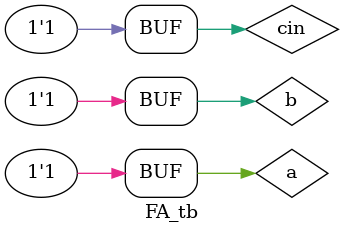
<source format=v>
module FA(a,b,cin,sum,carry);
    input a,b,cin;
    output sum,carry;

    //data flow
    assign sum=a^b^cin;
    assign carry=a&b|cin&(a^b);
endmodule

    //testebench
    module FA_tb();
         reg a,b,cin;
         wire sum,carry;

         //instantiation
         FA F1(a,b,cin,sum,carry);

         initial 
         begin
          a=0;b=0;cin=0;#10;
          a=0;b=0;cin=1;#10;
          a=0;b=1;cin=0;#10;
          a=0;b=1;cin=1;#10;
          a=1;b=0;cin=0;#10;
          a=1;b=0;cin=1;#10;
          a=1;b=1;cin=0;#10;
          a=1;b=1;cin=1;#10;
          end
          initial
          $monitor("a=%b b=%b cin=%b sum=%b carry=%b Time=%t",a,b,cin,sum,carry,$time);
       endmodule



</source>
